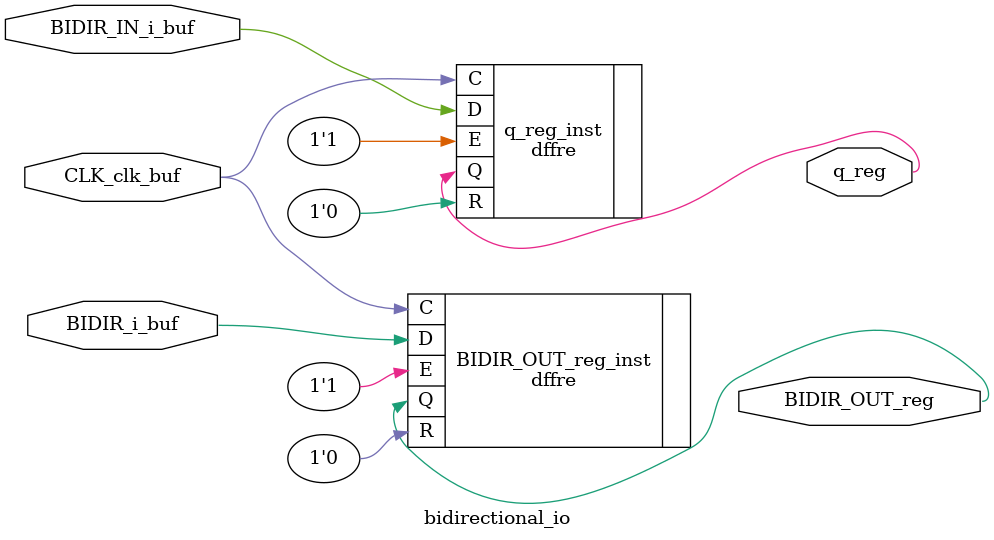
<source format=v>

`timescale 1ns/1ps
module bidirectional_io (
    input BIDIR_IN_i_buf, 
    output BIDIR_OUT_reg, 
    input BIDIR_i_buf, 
    output q_reg, 
    input CLK_clk_buf) ;
    (* src="bidirectional_io_rtl.v:5" *) wire BIDIR_IN_i_buf ; 
    (* src="bidirectional_io_rtl.v:6" *) wire CLK_i_buf ; 
    (* src="bidirectional_io_rtl.v:6" *) wire CLK_clk_buf ; 
    (* src="bidirectional_io_rtl.v:7" *) wire OE_i_buf ; 
    (* src="bidirectional_io_rtl.v:12" *) wire q_reg ; 
    (* src="bidirectional_io_rtl.v:9" *) wire BIDIR_i_buf ; 
    wire BIDIR_OUT_reg ; 
    (* src="bidirectional_io_rtl.v:15" *) dffre q_reg_inst (.D(BIDIR_IN_i_buf), .R(1'b0), .E(1'b1), .C(CLK_clk_buf), .Q(q_reg)) ; 
    (* src="bidirectional_io_rtl.v:16" *) dffre BIDIR_OUT_reg_inst (.D(BIDIR_i_buf), .R(1'b0), .E(1'b1), .C(CLK_clk_buf), .Q(BIDIR_OUT_reg)) ; 
endmodule



</source>
